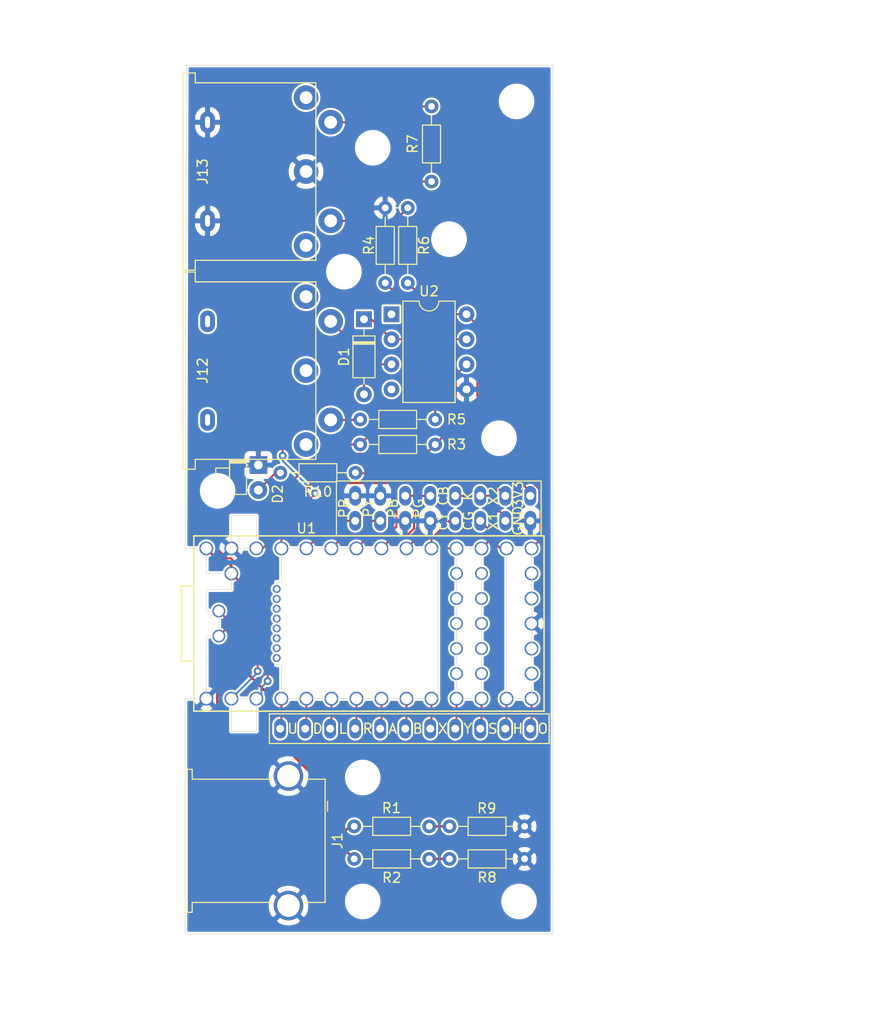
<source format=kicad_pcb>
(kicad_pcb (version 20171130) (host pcbnew 5.1.5+dfsg1-2~bpo10+1)
  (layers (0 F.Cu signal) (31 B.Cu signal) (35 F.Paste user) (37 F.SilkS user) (38 B.Mask user) (39 F.Mask user) (44 Edge.Cuts user))
  (net 0 "")
  (net 1 "Net-(D1-Pad2)")
  (net 2 "Net-(D1-Pad1)")
  (net 3 GND)
  (net 4 D+)
  (net 5 D-)
  (net 6 VBUS)
  (net 7 OUT_PAD_RED)
  (net 8 OUT_PAD_YELLOW)
  (net 9 OUT_PAD_BLUE)
  (net 10 OUT_PAD_GREEN)
  (net 11 OUT_CYM_YELLOW)
  (net 12 OUT_CYM_BLUE)
  (net 13 OUT_CYM_GREEN)
  (net 14 OUT_KICK)
  (net 15 OUT_OPTIONS)
  (net 16 OUT_HOME)
  (net 17 OUT_SHARE)
  (net 18 OUT_RIGHT)
  (net 19 OUT_LEFT)
  (net 20 OUT_DOWN)
  (net 21 OUT_UP)
  (net 22 OUT_Y)
  (net 23 OUT_X)
  (net 24 OUT_B)
  (net 25 OUT_A)
  (net 26 OUT_AUX2)
  (net 27 OUT_AUX1)
  (net 28 IN_MIDI)
  (net 29 "Net-(R4-Pad1)")
  (net 30 "Net-(J12-Pad4)")
  (net 31 "Net-(J13-Pad4)")
  (net 32 "Net-(J13-Pad5)")
  (net 33 OUT_MIDI)
  (net 34 +3V3)
  (net 35 "Net-(U1-Pad19)")
  (net 36 "Net-(U1-Pad18)")
  (net 37 "Net-(U1-Pad16)")
  (net 38 "Net-(U1-Pad15)")
  (net 39 "Net-(U1-Pad52)")
  (net 40 "Net-(U1-Pad51)")
  (net 41 "Net-(U1-Pad50)")
  (net 42 "Net-(U1-Pad49)")
  (net 43 "Net-(U1-Pad48)")
  (net 44 "Net-(U1-Pad47)")
  (net 45 "Net-(U1-Pad46)")
  (net 46 "Net-(U1-Pad45)")
  (net 47 "Net-(U1-Pad44)")
  (net 48 "Net-(U1-Pad43)")
  (net 49 "Net-(U1-Pad42)")
  (net 50 "Net-(U1-Pad41)")
  (net 51 "Net-(U1-Pad40)")
  (net 52 "Net-(U1-Pad39)")
  (net 53 "Net-(U1-Pad38)")
  (net 54 "Net-(U1-Pad37)")
  (net 55 "Net-(U1-Pad36)")
  (net 56 "Net-(U1-Pad35)")
  (net 57 "Net-(U2-Pad4)")
  (net 58 "Net-(U2-Pad1)")
  (net 59 "Net-(J12-Pad3)")
  (net 60 "Net-(J12-Pad2)")
  (net 61 "Net-(J12-Pad1)")
  (net 62 "Net-(J13-Pad3)")
  (net 63 "Net-(J13-Pad1)")
  (net 64 "Net-(R1-Pad2)")
  (net 65 "Net-(R2-Pad2)")
  (net 66 "Net-(D2-Pad2)")
  (net 67 LED1)
  (net 68 "Net-(J12-PadS)")
  (module rbdrums:USB_A_Stewart_SS-52100-001_Horizontal (layer F.Cu) (at 133.35 99.822 270)
    (fp_text reference J1 (at 3.5 -2.26 90) (layer F.SilkS))
    (fp_text value USB_A)
    (pad 4 smd rect (at 7 -1.3 270) (size 1 3) (layers F.Cu F.Paste F.Mask) (net 3 GND))
    (pad 3 smd rect (at 4.5 -1.3 270) (size 1 3) (layers F.Cu F.Paste F.Mask) (net 4 D+))
    (pad 2 smd rect (at 2.5 -1.3 270) (size 1 3) (layers F.Cu F.Paste F.Mask) (net 5 D-))
    (pad 1 smd rect (at 0 -1.3 270) (size 1 3) (layers F.Cu F.Paste F.Mask) (net 6 VBUS))
    (pad 5 thru_hole circle (at -3.07 2.71 270) (size 3 3) (drill 2.3) (layers *.Cu *.Mask) (net 3 GND))
    (pad 5 thru_hole circle (at 10.07 2.71 270) (size 3 3) (drill 2.3) (layers *.Cu *.Mask) (net 3 GND))
  )
  (module MountingHole:MountingHole_3.2mm_M3_ISO14580 (layer F.Cu) (at 123.444 67.818)
    (fp_text reference H6 hide)
    (fp_text value MountingHole)
    (pad 1 np_thru_hole circle (at 0 0) (size 3.2 3.2) (drill 3.2) (layers *.Cu *.Mask))
  )
  (module Resistor_THT:R_Axial_DIN0204_L3.6mm_D1.6mm_P7.62mm_Horizontal (layer F.Cu) (at 137.4394 65.9892 180)
    (fp_text reference R10 (at 3.81 -1.92) (layer F.SilkS))
    (fp_text value R)
    (pad 2 thru_hole oval (at 7.62 0 180) (size 1.4 1.4) (drill 0.7) (layers *.Cu *.Mask) (net 66 "Net-(D2-Pad2)"))
    (pad 1 thru_hole circle (at 0 0 180) (size 1.4 1.4) (drill 0.7) (layers *.Cu *.Mask) (net 67 LED1))
  )
  (module LED_THT:LED_D1.8mm_W1.8mm_H2.4mm_Horizontal_O1.27mm_Z1.6mm (layer F.Cu) (at 127.5842 65.2018 270)
    (fp_text reference D2 (at 2.9464 -1.96 90) (layer F.SilkS))
    (fp_text value LED)
    (pad 2 thru_hole circle (at 2.54 0 270) (size 1.8 1.8) (drill 0.9) (layers *.Cu *.Mask) (net 66 "Net-(D2-Pad2)"))
    (pad 1 thru_hole rect (at 0 0 270) (size 1.8 1.8) (drill 0.9) (layers *.Cu *.Mask) (net 3 GND))
  )
  (module MountingHole:MountingHole_3.2mm_M3_ISO14580 (layer F.Cu) (at 146.939 42.291)
    (fp_text reference H9 hide)
    (fp_text value MountingHole)
    (pad 1 np_thru_hole circle (at 0 0) (size 3.2 3.2) (drill 3.2) (layers *.Cu *.Mask))
  )
  (module MountingHole:MountingHole_3.2mm_M3_ISO14580 (layer F.Cu) (at 136.271 45.593)
    (fp_text reference H8 hide)
    (fp_text value MountingHole)
    (pad 1 np_thru_hole circle (at 0 0) (size 3.2 3.2) (drill 3.2) (layers *.Cu *.Mask))
  )
  (module MountingHole:MountingHole_3.2mm_M3_ISO14580 (layer F.Cu) (at 139.192 33.02)
    (fp_text reference H7 hide)
    (fp_text value MountingHole)
    (pad 1 np_thru_hole circle (at 0 0) (size 3.2 3.2) (drill 3.2) (layers *.Cu *.Mask))
  )
  (module MountingHole:MountingHole_3.2mm_M3_ISO14580 (layer F.Cu) (at 153.797 28.321)
    (fp_text reference H5 hide)
    (fp_text value MountingHole)
    (pad 1 np_thru_hole circle (at 0 0) (size 3.2 3.2) (drill 3.2) (layers *.Cu *.Mask))
  )
  (module MountingHole:MountingHole_3.2mm_M3_ISO14580 (layer F.Cu) (at 152.019 62.484)
    (fp_text reference H4 hide)
    (fp_text value MountingHole)
    (pad 1 np_thru_hole circle (at 0 0) (size 3.2 3.2) (drill 3.2) (layers *.Cu *.Mask))
  )
  (module MountingHole:MountingHole_3.2mm_M3_ISO14580 (layer F.Cu) (at 138.176 96.901)
    (fp_text reference H3 hide)
    (fp_text value MountingHole)
    (pad 1 np_thru_hole circle (at 0 0) (size 3.2 3.2) (drill 3.2) (layers *.Cu *.Mask))
  )
  (module MountingHole:MountingHole_3.2mm_M3_ISO14580 (layer F.Cu) (at 154.051 109.474)
    (fp_text reference H2 hide)
    (fp_text value MountingHole)
    (pad 1 np_thru_hole circle (at 0 0) (size 3.2 3.2) (drill 3.2) (layers *.Cu *.Mask))
  )
  (module MountingHole:MountingHole_3.2mm_M3_ISO14580 (layer F.Cu) (at 138.176 109.474)
    (fp_text reference H1 hide)
    (fp_text value MountingHole)
    (pad 1 np_thru_hole circle (at 0 0) (size 3.2 3.2) (drill 3.2) (layers *.Cu *.Mask))
  )
  (module teensy:Teensy40_SMT (layer F.Cu) (at 138.811 81.28)
    (fp_text reference U1 (at -6.35 -9.652) (layer F.SilkS))
    (fp_text value Teensy4.0)
    (pad 13 thru_hole circle (at 13.97 7.62) (size 1.404 1.404) (drill 1.1) (layers *.Cu *.Mask) (net 16 OUT_HOME))
    (pad 33 thru_hole circle (at -16.51 -7.62) (size 1.404 1.404) (drill 1.1) (layers *.Cu *.Mask) (net 6 VBUS))
    (pad 34 thru_hole circle (at -13.97 -5.08) (size 1.404 1.404) (drill 1.1) (layers *.Cu *.Mask) (net 6 VBUS))
    (pad 32 thru_hole circle (at -13.97 -7.62) (size 1.404 1.404) (drill 1.1) (layers *.Cu *.Mask) (net 3 GND))
    (pad 31 thru_hole circle (at -11.43 -7.62) (size 1.404 1.404) (drill 1.1) (layers *.Cu *.Mask) (net 34 +3V3))
    (pad 30 thru_hole circle (at -8.89 -7.62) (size 1.404 1.404) (drill 1.1) (layers *.Cu *.Mask) (net 7 OUT_PAD_RED))
    (pad 29 thru_hole circle (at -6.35 -7.62) (size 1.404 1.404) (drill 1.1) (layers *.Cu *.Mask) (net 8 OUT_PAD_YELLOW))
    (pad 28 thru_hole circle (at -3.81 -7.62) (size 1.404 1.404) (drill 1.1) (layers *.Cu *.Mask) (net 26 OUT_AUX2))
    (pad 27 thru_hole circle (at -1.27 -7.62) (size 1.404 1.404) (drill 1.1) (layers *.Cu *.Mask) (net 27 OUT_AUX1))
    (pad 26 thru_hole circle (at 1.27 -7.62) (size 1.404 1.404) (drill 1.1) (layers *.Cu *.Mask) (net 9 OUT_PAD_BLUE))
    (pad 25 thru_hole circle (at 3.81 -7.62) (size 1.404 1.404) (drill 1.1) (layers *.Cu *.Mask) (net 10 OUT_PAD_GREEN))
    (pad 24 thru_hole circle (at 6.35 -7.62) (size 1.404 1.404) (drill 1.1) (layers *.Cu *.Mask) (net 11 OUT_CYM_YELLOW))
    (pad 23 thru_hole circle (at 8.89 -7.62) (size 1.404 1.404) (drill 1.1) (layers *.Cu *.Mask) (net 12 OUT_CYM_BLUE))
    (pad 22 thru_hole circle (at 11.43 -7.62) (size 1.404 1.404) (drill 1.1) (layers *.Cu *.Mask) (net 13 OUT_CYM_GREEN))
    (pad 21 thru_hole circle (at 13.97 -7.62) (size 1.404 1.404) (drill 1.1) (layers *.Cu *.Mask) (net 14 OUT_KICK))
    (pad 20 thru_hole circle (at 16.51 -7.62) (size 1.404 1.404) (drill 1.1) (layers *.Cu *.Mask) (net 67 LED1))
    (pad 19 thru_hole circle (at 16.51 -5.08) (size 1.404 1.404) (drill 1.1) (layers *.Cu *.Mask) (net 35 "Net-(U1-Pad19)"))
    (pad 18 thru_hole circle (at 16.51 -2.54) (size 1.404 1.404) (drill 1.1) (layers *.Cu *.Mask) (net 36 "Net-(U1-Pad18)"))
    (pad 17 thru_hole circle (at 16.51 0) (size 1.404 1.404) (drill 1.1) (layers *.Cu *.Mask) (net 3 GND))
    (pad 16 thru_hole circle (at 16.51 2.54) (size 1.404 1.404) (drill 1.1) (layers *.Cu *.Mask) (net 37 "Net-(U1-Pad16)"))
    (pad 15 thru_hole circle (at 16.51 5.08) (size 1.404 1.404) (drill 1.1) (layers *.Cu *.Mask) (net 38 "Net-(U1-Pad15)"))
    (pad 14 thru_hole circle (at 16.51 7.62) (size 1.404 1.404) (drill 1.1) (layers *.Cu *.Mask) (net 15 OUT_OPTIONS))
    (pad 12 thru_hole circle (at 11.43 7.62) (size 1.404 1.404) (drill 1.1) (layers *.Cu *.Mask) (net 17 OUT_SHARE))
    (pad 11 thru_hole circle (at 8.89 7.62) (size 1.404 1.404) (drill 1.1) (layers *.Cu *.Mask) (net 22 OUT_Y))
    (pad 10 thru_hole circle (at 6.35 7.62) (size 1.404 1.404) (drill 1.1) (layers *.Cu *.Mask) (net 23 OUT_X))
    (pad 9 thru_hole circle (at 3.81 7.62) (size 1.404 1.404) (drill 1.1) (layers *.Cu *.Mask) (net 24 OUT_B))
    (pad 8 thru_hole circle (at 1.27 7.62) (size 1.404 1.404) (drill 1.1) (layers *.Cu *.Mask) (net 25 OUT_A))
    (pad 7 thru_hole circle (at -1.27 7.62) (size 1.404 1.404) (drill 1.1) (layers *.Cu *.Mask) (net 18 OUT_RIGHT))
    (pad 6 thru_hole circle (at -3.81 7.62) (size 1.404 1.404) (drill 1.1) (layers *.Cu *.Mask) (net 19 OUT_LEFT))
    (pad 5 thru_hole circle (at -6.35 7.62) (size 1.404 1.404) (drill 1.1) (layers *.Cu *.Mask) (net 20 OUT_DOWN))
    (pad 4 thru_hole circle (at -8.89 7.62) (size 1.404 1.404) (drill 1.1) (layers *.Cu *.Mask) (net 21 OUT_UP))
    (pad 3 thru_hole circle (at -11.43 7.62) (size 1.404 1.404) (drill 1.1) (layers *.Cu *.Mask) (net 33 OUT_MIDI))
    (pad 54 thru_hole circle (at -15.24 1.27) (size 1.304 1.304) (drill 1) (layers *.Cu *.Mask) (net 4 D+))
    (pad 53 thru_hole circle (at -15.24 -1.27) (size 1.304 1.304) (drill 1) (layers *.Cu *.Mask) (net 5 D-))
    (pad 52 thru_hole circle (at -9.3716 3.5) (size 0.804 0.804) (drill 0.5) (layers *.Cu *.Mask) (net 39 "Net-(U1-Pad52)"))
    (pad 51 thru_hole circle (at -9.3716 2.5) (size 0.804 0.804) (drill 0.5) (layers *.Cu *.Mask) (net 40 "Net-(U1-Pad51)"))
    (pad 50 thru_hole circle (at -9.3716 1.5) (size 0.804 0.804) (drill 0.5) (layers *.Cu *.Mask) (net 41 "Net-(U1-Pad50)"))
    (pad 49 thru_hole circle (at -9.3716 0.5) (size 0.804 0.804) (drill 0.5) (layers *.Cu *.Mask) (net 42 "Net-(U1-Pad49)"))
    (pad 48 thru_hole circle (at -9.3716 -0.5) (size 0.804 0.804) (drill 0.5) (layers *.Cu *.Mask) (net 43 "Net-(U1-Pad48)"))
    (pad 47 thru_hole circle (at -9.3716 -1.5) (size 0.804 0.804) (drill 0.5) (layers *.Cu *.Mask) (net 44 "Net-(U1-Pad47)"))
    (pad 46 thru_hole circle (at -9.3716 -2.5) (size 0.804 0.804) (drill 0.5) (layers *.Cu *.Mask) (net 45 "Net-(U1-Pad46)"))
    (pad 45 thru_hole circle (at -9.3716 -3.5) (size 0.804 0.804) (drill 0.5) (layers *.Cu *.Mask) (net 46 "Net-(U1-Pad45)"))
    (pad 44 thru_hole circle (at 8.89 5.08) (size 1.304 1.304) (drill 1) (layers *.Cu *.Mask) (net 47 "Net-(U1-Pad44)"))
    (pad 43 thru_hole circle (at 11.43 5.08) (size 1.304 1.304) (drill 1) (layers *.Cu *.Mask) (net 48 "Net-(U1-Pad43)"))
    (pad 42 thru_hole circle (at 8.89 2.54) (size 1.304 1.304) (drill 1) (layers *.Cu *.Mask) (net 49 "Net-(U1-Pad42)"))
    (pad 41 thru_hole circle (at 11.43 2.54) (size 1.304 1.304) (drill 1) (layers *.Cu *.Mask) (net 50 "Net-(U1-Pad41)"))
    (pad 40 thru_hole circle (at 8.89 0) (size 1.304 1.304) (drill 1) (layers *.Cu *.Mask) (net 51 "Net-(U1-Pad40)"))
    (pad 39 thru_hole circle (at 11.43 0) (size 1.304 1.304) (drill 1) (layers *.Cu *.Mask) (net 52 "Net-(U1-Pad39)"))
    (pad 38 thru_hole circle (at 8.89 -2.54) (size 1.304 1.304) (drill 1) (layers *.Cu *.Mask) (net 53 "Net-(U1-Pad38)"))
    (pad 37 thru_hole circle (at 11.43 -2.54) (size 1.304 1.304) (drill 1) (layers *.Cu *.Mask) (net 54 "Net-(U1-Pad37)"))
    (pad 36 thru_hole circle (at 8.89 -5.08) (size 1.304 1.304) (drill 1) (layers *.Cu *.Mask) (net 55 "Net-(U1-Pad36)"))
    (pad 35 thru_hole circle (at 11.43 -5.08) (size 1.304 1.304) (drill 1) (layers *.Cu *.Mask) (net 56 "Net-(U1-Pad35)"))
    (pad 2 thru_hole circle (at -13.97 7.62) (size 1.404 1.404) (drill 1.1) (layers *.Cu *.Mask) (net 28 IN_MIDI))
    (pad 1 thru_hole circle (at -16.51 7.62) (size 1.404 1.404) (drill 1.1) (layers *.Cu *.Mask) (net 3 GND))
  )
  (module Package_DIP:DIP-8_W7.62mm (layer F.Cu) (at 141.097 49.911)
    (fp_text reference U2 (at 3.81 -2.33) (layer F.SilkS))
    (fp_text value 6N138)
    (pad 8 thru_hole oval (at 7.62 0) (size 1.6 1.6) (drill 0.8) (layers *.Cu *.Mask) (net 34 +3V3))
    (pad 4 thru_hole oval (at 0 7.62) (size 1.6 1.6) (drill 0.8) (layers *.Cu *.Mask) (net 57 "Net-(U2-Pad4)"))
    (pad 7 thru_hole oval (at 7.62 2.54) (size 1.6 1.6) (drill 0.8) (layers *.Cu *.Mask) (net 29 "Net-(R4-Pad1)"))
    (pad 3 thru_hole oval (at 0 5.08) (size 1.6 1.6) (drill 0.8) (layers *.Cu *.Mask) (net 1 "Net-(D1-Pad2)"))
    (pad 6 thru_hole oval (at 7.62 5.08) (size 1.6 1.6) (drill 0.8) (layers *.Cu *.Mask) (net 28 IN_MIDI))
    (pad 2 thru_hole oval (at 0 2.54) (size 1.6 1.6) (drill 0.8) (layers *.Cu *.Mask) (net 2 "Net-(D1-Pad1)"))
    (pad 5 thru_hole oval (at 7.62 7.62) (size 1.6 1.6) (drill 0.8) (layers *.Cu *.Mask) (net 3 GND))
    (pad 1 thru_hole rect (at 0 0) (size 1.6 1.6) (drill 0.8) (layers *.Cu *.Mask) (net 58 "Net-(U2-Pad1)"))
  )
  (module Resistor_THT:R_Axial_DIN0204_L3.6mm_D1.6mm_P7.62mm_Horizontal (layer F.Cu) (at 154.6098 101.854 180)
    (fp_text reference R9 (at 3.8354 1.8288) (layer F.SilkS))
    (fp_text value 4.7k)
    (pad 2 thru_hole oval (at 7.62 0 180) (size 1.4 1.4) (drill 0.7) (layers *.Cu *.Mask) (net 64 "Net-(R1-Pad2)"))
    (pad 1 thru_hole circle (at 0 0 180) (size 1.4 1.4) (drill 0.7) (layers *.Cu *.Mask) (net 3 GND))
  )
  (module Resistor_THT:R_Axial_DIN0204_L3.6mm_D1.6mm_P7.62mm_Horizontal (layer F.Cu) (at 154.6098 105.156 180)
    (fp_text reference R8 (at 3.81 -1.8796) (layer F.SilkS))
    (fp_text value 4.7k)
    (pad 2 thru_hole oval (at 7.62 0 180) (size 1.4 1.4) (drill 0.7) (layers *.Cu *.Mask) (net 65 "Net-(R2-Pad2)"))
    (pad 1 thru_hole circle (at 0 0 180) (size 1.4 1.4) (drill 0.7) (layers *.Cu *.Mask) (net 3 GND))
  )
  (module Resistor_THT:R_Axial_DIN0204_L3.6mm_D1.6mm_P7.62mm_Horizontal (layer F.Cu) (at 145.161 36.449 90)
    (fp_text reference R7 (at 3.81 -1.92 90) (layer F.SilkS))
    (fp_text value 47)
    (pad 2 thru_hole oval (at 7.62 0 90) (size 1.4 1.4) (drill 0.7) (layers *.Cu *.Mask) (net 32 "Net-(J13-Pad5)"))
    (pad 1 thru_hole circle (at 0 0 90) (size 1.4 1.4) (drill 0.7) (layers *.Cu *.Mask) (net 33 OUT_MIDI))
  )
  (module Resistor_THT:R_Axial_DIN0204_L3.6mm_D1.6mm_P7.62mm_Horizontal (layer F.Cu) (at 142.748 46.736 90)
    (fp_text reference R6 (at 3.81 1.651 90) (layer F.SilkS))
    (fp_text value 47)
    (pad 2 thru_hole oval (at 7.62 0 90) (size 1.4 1.4) (drill 0.7) (layers *.Cu *.Mask) (net 31 "Net-(J13-Pad4)"))
    (pad 1 thru_hole circle (at 0 0 90) (size 1.4 1.4) (drill 0.7) (layers *.Cu *.Mask) (net 34 +3V3))
  )
  (module Resistor_THT:R_Axial_DIN0204_L3.6mm_D1.6mm_P7.62mm_Horizontal (layer F.Cu) (at 137.922 60.579)
    (fp_text reference R5 (at 9.779 0) (layer F.SilkS))
    (fp_text value 220)
    (pad 2 thru_hole oval (at 7.62 0) (size 1.4 1.4) (drill 0.7) (layers *.Cu *.Mask) (net 2 "Net-(D1-Pad1)"))
    (pad 1 thru_hole circle (at 0 0) (size 1.4 1.4) (drill 0.7) (layers *.Cu *.Mask) (net 30 "Net-(J12-Pad4)"))
  )
  (module Resistor_THT:R_Axial_DIN0204_L3.6mm_D1.6mm_P7.62mm_Horizontal (layer F.Cu) (at 140.462 46.736 90)
    (fp_text reference R4 (at 3.81 -1.651 90) (layer F.SilkS))
    (fp_text value 4.7k)
    (pad 2 thru_hole oval (at 7.62 0 90) (size 1.4 1.4) (drill 0.7) (layers *.Cu *.Mask) (net 3 GND))
    (pad 1 thru_hole circle (at 0 0 90) (size 1.4 1.4) (drill 0.7) (layers *.Cu *.Mask) (net 29 "Net-(R4-Pad1)"))
  )
  (module Resistor_THT:R_Axial_DIN0204_L3.6mm_D1.6mm_P7.62mm_Horizontal (layer F.Cu) (at 145.542 63.119 180)
    (fp_text reference R3 (at -2.159 0) (layer F.SilkS))
    (fp_text value 470)
    (pad 2 thru_hole oval (at 7.62 0 180) (size 1.4 1.4) (drill 0.7) (layers *.Cu *.Mask) (net 28 IN_MIDI))
    (pad 1 thru_hole circle (at 0 0 180) (size 1.4 1.4) (drill 0.7) (layers *.Cu *.Mask) (net 34 +3V3))
  )
  (module Resistor_THT:R_Axial_DIN0204_L3.6mm_D1.6mm_P7.62mm_Horizontal (layer F.Cu) (at 137.3124 105.156)
    (fp_text reference R2 (at 3.81 1.905) (layer F.SilkS))
    (fp_text value 10k)
    (pad 2 thru_hole oval (at 7.62 0) (size 1.4 1.4) (drill 0.7) (layers *.Cu *.Mask) (net 65 "Net-(R2-Pad2)"))
    (pad 1 thru_hole circle (at 0 0) (size 1.4 1.4) (drill 0.7) (layers *.Cu *.Mask) (net 4 D+))
  )
  (module Resistor_THT:R_Axial_DIN0204_L3.6mm_D1.6mm_P7.62mm_Horizontal (layer F.Cu) (at 137.3124 101.854)
    (fp_text reference R1 (at 3.7846 -1.8542) (layer F.SilkS))
    (fp_text value 10k)
    (pad 2 thru_hole oval (at 7.62 0) (size 1.4 1.4) (drill 0.7) (layers *.Cu *.Mask) (net 64 "Net-(R1-Pad2)"))
    (pad 1 thru_hole circle (at 0 0) (size 1.4 1.4) (drill 0.7) (layers *.Cu *.Mask) (net 5 D-))
  )
  (module rbdrums:DIN5-180Deg-Female-MIDI (layer F.Cu) (at 129.921 35.433 270)
    (fp_text reference J13 (at 0 8 90) (layer F.SilkS))
    (fp_text value DIN-5_180degree)
    (pad S thru_hole oval (at -5 7.5 270) (size 2.2 1.5) (drill oval 1.2 0.5) (layers *.Cu *.Mask) (net 3 GND))
    (pad S thru_hole oval (at 5 7.5 270) (size 2.2 1.5) (drill oval 1.2 0.5) (layers *.Cu *.Mask) (net 3 GND))
    (pad 5 thru_hole circle (at -5 -5 270) (size 2.5 2.5) (drill 1.3) (layers *.Cu *.Mask) (net 32 "Net-(J13-Pad5)"))
    (pad 4 thru_hole circle (at 5 -5 270) (size 2.5 2.5) (drill 1.3) (layers *.Cu *.Mask) (net 31 "Net-(J13-Pad4)"))
    (pad 3 thru_hole circle (at -7.5 -2.5 270) (size 2.5 2.5) (drill 1.3) (layers *.Cu *.Mask) (net 62 "Net-(J13-Pad3)"))
    (pad 2 thru_hole circle (at 0 -2.5 270) (size 2.5 2.5) (drill 1.3) (layers *.Cu *.Mask) (net 3 GND))
    (pad 1 thru_hole circle (at 7.5 -2.5 270) (size 2.5 2.5) (drill 1.3) (layers *.Cu *.Mask) (net 63 "Net-(J13-Pad1)"))
  )
  (module rbdrums:DIN5-180Deg-Female-MIDI (layer F.Cu) (at 129.921 55.626 270)
    (fp_text reference J12 (at 0 8 90) (layer F.SilkS))
    (fp_text value DIN-5_180degree)
    (pad S thru_hole oval (at -5 7.5 270) (size 2.2 1.5) (drill oval 1.2 0.5) (layers *.Cu *.Mask) (net 68 "Net-(J12-PadS)"))
    (pad S thru_hole oval (at 5 7.5 270) (size 2.2 1.5) (drill oval 1.2 0.5) (layers *.Cu *.Mask) (net 68 "Net-(J12-PadS)"))
    (pad 5 thru_hole circle (at -5 -5 270) (size 2.5 2.5) (drill 1.3) (layers *.Cu *.Mask) (net 1 "Net-(D1-Pad2)"))
    (pad 4 thru_hole circle (at 5 -5 270) (size 2.5 2.5) (drill 1.3) (layers *.Cu *.Mask) (net 30 "Net-(J12-Pad4)"))
    (pad 3 thru_hole circle (at -7.5 -2.5 270) (size 2.5 2.5) (drill 1.3) (layers *.Cu *.Mask) (net 59 "Net-(J12-Pad3)"))
    (pad 2 thru_hole circle (at 0 -2.5 270) (size 2.5 2.5) (drill 1.3) (layers *.Cu *.Mask) (net 60 "Net-(J12-Pad2)"))
    (pad 1 thru_hole circle (at 7.5 -2.5 270) (size 2.5 2.5) (drill 1.3) (layers *.Cu *.Mask) (net 61 "Net-(J12-Pad1)"))
  )
  (module rbdrums:ui_connector (layer F.Cu) (at 142.494 91.948)
    (fp_text reference J10 hide)
    (fp_text value Conn_01x11_Male)
    (fp_text user O (at 13.97 0) (layer F.SilkS))
    (fp_text user H (at 11.43 0) (layer F.SilkS))
    (fp_text user S (at 8.89 0) (layer F.SilkS))
    (fp_text user Y (at 6.35 0) (layer F.SilkS))
    (fp_text user X (at 3.81 0) (layer F.SilkS))
    (fp_text user B (at 1.27 0) (layer F.SilkS))
    (fp_text user A (at -1.27 0) (layer F.SilkS))
    (fp_text user R (at -3.81 0) (layer F.SilkS))
    (fp_text user L (at -6.35 0) (layer F.SilkS))
    (fp_text user D (at -8.89 0) (layer F.SilkS))
    (fp_text user U (at -11.43 0) (layer F.SilkS))
    (pad 11 thru_hole oval (at 12.7 0) (size 1.2 2) (drill 0.8) (layers *.Cu *.Mask) (net 15 OUT_OPTIONS))
    (pad 10 thru_hole oval (at 10.16 0) (size 1.2 2) (drill 0.8) (layers *.Cu *.Mask) (net 16 OUT_HOME))
    (pad 9 thru_hole oval (at 7.62 0) (size 1.2 2) (drill 0.8) (layers *.Cu *.Mask) (net 17 OUT_SHARE))
    (pad 8 thru_hole oval (at 5.08 0) (size 1.2 2) (drill 0.8) (layers *.Cu *.Mask) (net 22 OUT_Y))
    (pad 7 thru_hole oval (at 2.54 0) (size 1.2 2) (drill 0.8) (layers *.Cu *.Mask) (net 23 OUT_X))
    (pad 6 thru_hole oval (at 0 0) (size 1.2 2) (drill 0.8) (layers *.Cu *.Mask) (net 24 OUT_B))
    (pad 5 thru_hole oval (at -2.54 0) (size 1.2 2) (drill 0.8) (layers *.Cu *.Mask) (net 25 OUT_A))
    (pad 4 thru_hole oval (at -5.08 0) (size 1.2 2) (drill 0.8) (layers *.Cu *.Mask) (net 18 OUT_RIGHT))
    (pad 3 thru_hole oval (at -7.62 0) (size 1.2 2) (drill 0.8) (layers *.Cu *.Mask) (net 19 OUT_LEFT))
    (pad 2 thru_hole oval (at -10.16 0) (size 1.2 2) (drill 0.8) (layers *.Cu *.Mask) (net 20 OUT_DOWN))
    (pad 1 thru_hole oval (at -12.7 0) (size 1.2 2) (drill 0.8) (layers *.Cu *.Mask) (net 21 OUT_UP))
  )
  (module rbdrums:pad_connector (layer F.Cu) (at 146.304 69.596)
    (fp_text reference J2 hide)
    (fp_text value Conn_02x08_Odd_Even)
    (fp_text user PR (at -10.033 0 90) (layer F.SilkS))
    (fp_text user PY (at -7.5565 0 90) (layer F.SilkS))
    (fp_text user PB (at -5.08 0 90) (layer F.SilkS))
    (fp_text user PG (at -2.4765 0 90) (layer F.SilkS))
    (fp_text user CB (at 0.0635 -1.27 90) (layer F.SilkS))
    (fp_text user CY (at 0.0635 1.3335 90) (layer F.SilkS))
    (fp_text user CG (at 2.6035 1.27 90) (layer F.SilkS))
    (fp_text user K (at 2.6035 -1.27 90) (layer F.SilkS))
    (fp_text user X2 (at 5.1435 -1.27 90) (layer F.SilkS))
    (fp_text user X1 (at 5.1435 1.27 90) (layer F.SilkS))
    (fp_text user GND (at 7.65 1.25 90) (layer F.SilkS))
    (fp_text user 3V3 (at 7.65 -1.4 90) (layer F.SilkS))
    (pad 15 thru_hole oval (at 8.89 1.27) (size 1.2 2) (drill 0.8) (layers *.Cu *.Mask) (net 3 GND))
    (pad 16 thru_hole oval (at 8.89 -1.27) (size 1.2 2) (drill 0.8) (layers *.Cu *.Mask) (net 34 +3V3))
    (pad 13 thru_hole oval (at 6.35 1.27) (size 1.2 2) (drill 0.8) (layers *.Cu *.Mask) (net 27 OUT_AUX1))
    (pad 14 thru_hole oval (at 6.35 -1.27) (size 1.2 2) (drill 0.8) (layers *.Cu *.Mask) (net 26 OUT_AUX2))
    (pad 11 thru_hole oval (at 3.81 1.27) (size 1.2 2) (drill 0.8) (layers *.Cu *.Mask) (net 13 OUT_CYM_GREEN))
    (pad 12 thru_hole oval (at 3.81 -1.27) (size 1.2 2) (drill 0.8) (layers *.Cu *.Mask) (net 14 OUT_KICK))
    (pad 9 thru_hole oval (at 1.27 1.27) (size 1.2 2) (drill 0.8) (layers *.Cu *.Mask) (net 11 OUT_CYM_YELLOW))
    (pad 10 thru_hole oval (at 1.27 -1.27) (size 1.2 2) (drill 0.8) (layers *.Cu *.Mask) (net 12 OUT_CYM_BLUE))
    (pad 7 thru_hole oval (at -1.27 1.27) (size 1.2 2) (drill 0.8) (layers *.Cu *.Mask) (net 3 GND))
    (pad 8 thru_hole oval (at -1.27 -1.27) (size 1.2 2) (drill 0.8) (layers *.Cu *.Mask) (net 10 OUT_PAD_GREEN))
    (pad 5 thru_hole oval (at -3.81 1.27) (size 1.2 2) (drill 0.8) (layers *.Cu *.Mask) (net 3 GND))
    (pad 6 thru_hole oval (at -3.81 -1.27) (size 1.2 2) (drill 0.8) (layers *.Cu *.Mask) (net 9 OUT_PAD_BLUE))
    (pad 3 thru_hole oval (at -6.35 1.27) (size 1.2 2) (drill 0.8) (layers *.Cu *.Mask) (net 8 OUT_PAD_YELLOW))
    (pad 4 thru_hole oval (at -6.35 -1.27) (size 1.2 2) (drill 0.8) (layers *.Cu *.Mask) (net 3 GND))
    (pad 1 thru_hole oval (at -8.89 1.27) (size 1.2 2) (drill 0.8) (layers *.Cu *.Mask) (net 7 OUT_PAD_RED))
    (pad 2 thru_hole oval (at -8.89 -1.27) (size 1.2 2) (drill 0.8) (layers *.Cu *.Mask) (net 3 GND))
  )
  (module Diode_THT:D_DO-35_SOD27_P7.62mm_Horizontal (layer F.Cu) (at 138.303 50.419 270)
    (fp_text reference D1 (at 3.81 2.032 90) (layer F.SilkS))
    (fp_text value 1N914)
    (pad 2 thru_hole oval (at 7.62 0 270) (size 1.6 1.6) (drill 0.8) (layers *.Cu *.Mask) (net 1 "Net-(D1-Pad2)"))
    (pad 1 thru_hole rect (at 0 0 270) (size 1.6 1.6) (drill 0.8) (layers *.Cu *.Mask) (net 2 "Net-(D1-Pad1)"))
  )
  (gr_line (start 145.8214 88.9) (end 145.161 88.9) (layer Edge.Cuts) (width 0.05))
  (gr_line (start 145.8214 73.66) (end 145.8214 88.9) (layer Edge.Cuts) (width 0.05))
  (gr_line (start 145.161 73.66) (end 145.8214 73.66) (layer Edge.Cuts) (width 0.05))
  (gr_line (start 120.142 112.776) (end 120.142 88.9) (layer Edge.Cuts) (width 0.05))
  (gr_line (start 157.48 112.776) (end 120.142 112.776) (layer Edge.Cuts) (width 0.05))
  (gr_line (start 157.48 24.638) (end 157.48 112.776) (layer Edge.Cuts) (width 0.05))
  (gr_line (start 120.269 24.638) (end 157.48 24.638) (layer Edge.Cuts) (width 0.05))
  (gr_line (start 120.142 73.66) (end 120.269 24.638) (layer Edge.Cuts) (width 0.05))
  (gr_line (start 122.301 76.2) (end 122.301 73.66) (layer Edge.Cuts) (width 0.05))
  (gr_line (start 124.841 76.2) (end 122.301 76.2) (layer Edge.Cuts) (width 0.05))
  (gr_line (start 124.841 77.851) (end 124.841 76.2) (layer Edge.Cuts) (width 0.05))
  (gr_line (start 129.921 77.089) (end 129.921 73.66) (layer Edge.Cuts) (width 0.05))
  (gr_line (start 129.921 85.471) (end 129.921 88.9) (layer Edge.Cuts) (width 0.05))
  (gr_line (start 129.413 85.471) (end 129.921 85.471) (layer Edge.Cuts) (width 0.05))
  (gr_line (start 129.413 77.089) (end 129.413 85.471) (layer Edge.Cuts) (width 0.05))
  (gr_line (start 129.921 77.089) (end 129.413 77.089) (layer Edge.Cuts) (width 0.05))
  (gr_line (start 120.142 73.66) (end 122.301 73.66) (layer Edge.Cuts) (width 0.05))
  (gr_line (start 124.841 92.202) (end 124.841 88.9) (layer Edge.Cuts) (width 0.05))
  (gr_line (start 127.381 92.202) (end 124.841 92.202) (layer Edge.Cuts) (width 0.05))
  (gr_line (start 127.381 88.9) (end 127.381 92.202) (layer Edge.Cuts) (width 0.05))
  (gr_line (start 124.841 88.9) (end 127.381 88.9) (layer Edge.Cuts) (width 0.05))
  (gr_line (start 127.381 70.358) (end 127.381 73.66) (layer Edge.Cuts) (width 0.05))
  (gr_line (start 124.841 70.358) (end 127.381 70.358) (layer Edge.Cuts) (width 0.05))
  (gr_line (start 124.841 73.66) (end 124.841 70.358) (layer Edge.Cuts) (width 0.05))
  (gr_line (start 127.381 73.66) (end 124.841 73.66) (layer Edge.Cuts) (width 0.05))
  (gr_line (start 122.301 80.01) (end 122.301 77.851) (layer Edge.Cuts) (width 0.05))
  (gr_line (start 124.841 77.851) (end 122.301 77.851) (layer Edge.Cuts) (width 0.05))
  (gr_line (start 122.301 88.9) (end 120.142 88.9) (layer Edge.Cuts) (width 0.05))
  (gr_line (start 122.301 82.55) (end 122.301 88.9) (layer Edge.Cuts) (width 0.05))
  (gr_line (start 123.571 82.55) (end 122.301 82.55) (layer Edge.Cuts) (width 0.05))
  (gr_line (start 123.571 80.01) (end 123.571 82.55) (layer Edge.Cuts) (width 0.05))
  (gr_line (start 122.301 80.01) (end 123.571 80.01) (layer Edge.Cuts) (width 0.05))
  (gr_line (start 147.701 88.9) (end 147.701 73.66) (layer Edge.Cuts) (width 0.05))
  (gr_line (start 150.241 88.9) (end 147.701 88.9) (layer Edge.Cuts) (width 0.05))
  (gr_line (start 150.241 73.66) (end 150.241 88.9) (layer Edge.Cuts) (width 0.05))
  (gr_line (start 147.701 73.66) (end 150.241 73.66) (layer Edge.Cuts) (width 0.05))
  (gr_line (start 152.781 88.9) (end 152.781 73.66) (layer Edge.Cuts) (width 0.05))
  (gr_line (start 155.321 88.9) (end 152.781 88.9) (layer Edge.Cuts) (width 0.05))
  (gr_line (start 155.321 73.66) (end 155.321 88.9) (layer Edge.Cuts) (width 0.05))
  (gr_line (start 152.781 73.66) (end 155.321 73.66) (layer Edge.Cuts) (width 0.05))
  (gr_line (start 145.161 88.9) (end 129.921 88.9) (layer Edge.Cuts) (width 0.05))
  (gr_line (start 129.921 73.66) (end 145.161 73.66) (layer Edge.Cuts) (width 0.05))
  (segment (start 138.303 54.008) (end 134.921 50.626) (width 0.20066) (layer F.Cu) (net 1))
  (segment (start 138.303 58.039) (end 138.303 54.008) (width 0.20066) (layer F.Cu) (net 1))
  (segment (start 139.96563 54.991) (end 138.98263 54.008) (width 0.20066) (layer F.Cu) (net 1))
  (segment (start 141.097 54.991) (end 139.96563 54.991) (width 0.20066) (layer F.Cu) (net 1))
  (segment (start 138.98263 54.008) (end 138.303 54.008) (width 0.20066) (layer F.Cu) (net 1))
  (segment (start 139.065 50.419) (end 138.303 50.419) (width 0.20066) (layer F.Cu) (net 2))
  (segment (start 141.097 52.451) (end 139.065 50.419) (width 0.20066) (layer F.Cu) (net 2))
  (segment (start 142.22837 52.451) (end 145.542 55.76463) (width 0.20066) (layer F.Cu) (net 2))
  (segment (start 145.542 59.589051) (end 145.542 60.579) (width 0.20066) (layer F.Cu) (net 2))
  (segment (start 145.542 55.76463) (end 145.542 59.589051) (width 0.20066) (layer F.Cu) (net 2))
  (segment (start 141.097 52.451) (end 142.22837 52.451) (width 0.20066) (layer F.Cu) (net 2))
  (segment (start 133.71 106.822) (end 134.65 106.822) (width 0.25) (layer F.Cu) (net 3))
  (segment (start 130.64 109.892) (end 133.71 106.822) (width 0.25) (layer F.Cu) (net 3))
  (segment (start 123.571 82.55) (end 124.616 81.505) (width 0.2) (layer F.Cu) (net 4))
  (segment (start 123.473 94.445) (end 131.668198 102.640198) (width 0.2) (layer F.Cu) (net 4))
  (segment (start 123.473 89.651345) (end 123.473 94.445) (width 0.2) (layer F.Cu) (net 4))
  (segment (start 131.668198 102.640198) (end 133.35 104.322) (width 0.2) (layer F.Cu) (net 4))
  (segment (start 123.389008 89.567353) (end 123.473 89.651345) (width 0.2) (layer F.Cu) (net 4))
  (segment (start 123.389008 88.232647) (end 123.389008 89.567353) (width 0.2) (layer F.Cu) (net 4))
  (segment (start 125.759 85.5048) (end 123.473 87.7908) (width 0.2) (layer F.Cu) (net 4))
  (segment (start 123.473 88.148655) (end 123.389008 88.232647) (width 0.2) (layer F.Cu) (net 4))
  (segment (start 123.473 87.7908) (end 123.473 88.148655) (width 0.2) (layer F.Cu) (net 4))
  (segment (start 125.759 82.1352) (end 125.759 85.5048) (width 0.2) (layer F.Cu) (net 4))
  (segment (start 125.1288 81.505) (end 125.759 82.1352) (width 0.2) (layer F.Cu) (net 4))
  (segment (start 124.616 81.505) (end 125.1288 81.505) (width 0.2) (layer F.Cu) (net 4))
  (segment (start 133.35 104.322) (end 135.31 104.322) (width 0.20066) (layer F.Cu) (net 4))
  (segment (start 136.4784 104.322) (end 137.3124 105.156) (width 0.25) (layer F.Cu) (net 4))
  (segment (start 134.65 104.322) (end 136.4784 104.322) (width 0.25) (layer F.Cu) (net 4))
  (segment (start 133.35 102.322) (end 135.676 102.322) (width 0.20066) (layer F.Cu) (net 5))
  (segment (start 124.616 81.055) (end 125.3152 81.055) (width 0.2) (layer F.Cu) (net 5))
  (segment (start 123.923 94.258603) (end 131.986397 102.322) (width 0.2) (layer F.Cu) (net 5))
  (segment (start 123.923 89.464962) (end 123.923 94.258603) (width 0.2) (layer F.Cu) (net 5))
  (segment (start 131.986397 102.322) (end 133.35 102.322) (width 0.2) (layer F.Cu) (net 5))
  (segment (start 126.209 85.6912) (end 123.923 87.9772) (width 0.2) (layer F.Cu) (net 5))
  (segment (start 123.838999 88.419039) (end 123.838999 89.380961) (width 0.2) (layer F.Cu) (net 5))
  (segment (start 123.923 87.9772) (end 123.923 88.335038) (width 0.2) (layer F.Cu) (net 5))
  (segment (start 123.923 88.335038) (end 123.838999 88.419039) (width 0.2) (layer F.Cu) (net 5))
  (segment (start 123.838999 89.380961) (end 123.923 89.464962) (width 0.2) (layer F.Cu) (net 5))
  (segment (start 126.209 81.9488) (end 126.209 85.6912) (width 0.2) (layer F.Cu) (net 5))
  (segment (start 125.3152 81.055) (end 126.209 81.9488) (width 0.2) (layer F.Cu) (net 5))
  (segment (start 123.571 80.01) (end 124.616 81.055) (width 0.2) (layer F.Cu) (net 5))
  (segment (start 136.4 102.322) (end 136.868 101.854) (width 0.25) (layer F.Cu) (net 5))
  (segment (start 136.868 101.854) (end 137.3124 101.854) (width 0.25) (layer F.Cu) (net 5))
  (segment (start 134.65 102.322) (end 136.4 102.322) (width 0.25) (layer F.Cu) (net 5))
  (segment (start 124.841 76.2) (end 124.841 75.438) (width 0.25) (layer F.Cu) (net 6))
  (segment (start 123.728672 75.087672) (end 122.548494 73.907494) (width 0.25) (layer F.Cu) (net 6))
  (segment (start 124.841 75.438) (end 124.490672 75.087672) (width 0.25) (layer F.Cu) (net 6))
  (segment (start 124.490672 75.087672) (end 123.728672 75.087672) (width 0.25) (layer F.Cu) (net 6))
  (segment (start 126.746 78.105) (end 125.19101 76.55001) (width 0.25) (layer F.Cu) (net 6))
  (segment (start 126.746 86.614) (end 126.746 78.105) (width 0.25) (layer F.Cu) (net 6))
  (segment (start 129.159 93.726) (end 128.408001 92.975001) (width 0.25) (layer F.Cu) (net 6))
  (segment (start 133.35 99.822) (end 133.35 96.901) (width 0.25) (layer F.Cu) (net 6))
  (segment (start 133.35 96.901) (end 130.175 93.726) (width 0.25) (layer F.Cu) (net 6))
  (segment (start 130.175 93.726) (end 129.159 93.726) (width 0.25) (layer F.Cu) (net 6))
  (segment (start 128.408001 92.975001) (end 128.408001 88.276001) (width 0.25) (layer F.Cu) (net 6))
  (segment (start 128.408001 88.276001) (end 126.746 86.614) (width 0.25) (layer F.Cu) (net 6))
  (segment (start 129.921 72.667223) (end 131.722223 70.866) (width 0.20066) (layer F.Cu) (net 7))
  (segment (start 129.921 73.66) (end 129.921 72.667223) (width 0.20066) (layer F.Cu) (net 7))
  (segment (start 136.61334 70.866) (end 137.414 70.866) (width 0.20066) (layer F.Cu) (net 7))
  (segment (start 131.722223 70.866) (end 136.61334 70.866) (width 0.20066) (layer F.Cu) (net 7))
  (segment (start 133.95466 72.16634) (end 137.853 72.16634) (width 0.20066) (layer F.Cu) (net 8))
  (segment (start 137.853 72.16634) (end 139.15334 70.866) (width 0.20066) (layer F.Cu) (net 8))
  (segment (start 132.461 73.66) (end 133.95466 72.16634) (width 0.20066) (layer F.Cu) (net 8))
  (segment (start 139.15334 70.866) (end 139.954 70.866) (width 0.20066) (layer F.Cu) (net 8))
  (segment (start 143.39434 71.638933) (end 143.39434 68.42568) (width 0.20066) (layer F.Cu) (net 9))
  (segment (start 143.39434 68.42568) (end 143.29466 68.326) (width 0.20066) (layer F.Cu) (net 9))
  (segment (start 142.375604 72.657669) (end 143.39434 71.638933) (width 0.20066) (layer F.Cu) (net 9))
  (segment (start 143.29466 68.326) (end 142.494 68.326) (width 0.20066) (layer F.Cu) (net 9))
  (segment (start 141.083331 72.657669) (end 142.375604 72.657669) (width 0.20066) (layer F.Cu) (net 9))
  (segment (start 140.081 73.66) (end 141.083331 72.657669) (width 0.20066) (layer F.Cu) (net 9))
  (segment (start 143.795011 68.764329) (end 144.23334 68.326) (width 0.20066) (layer F.Cu) (net 10))
  (segment (start 142.621 73.66) (end 143.795011 72.485989) (width 0.20066) (layer F.Cu) (net 10))
  (segment (start 143.795011 72.485989) (end 143.795011 68.764329) (width 0.20066) (layer F.Cu) (net 10))
  (segment (start 144.23334 68.326) (end 145.034 68.326) (width 0.20066) (layer F.Cu) (net 10))
  (segment (start 145.161 73.66) (end 145.161 72.667223) (width 0.20066) (layer F.Cu) (net 11))
  (segment (start 146.962223 70.866) (end 147.574 70.866) (width 0.20066) (layer F.Cu) (net 11))
  (segment (start 145.161 72.667223) (end 146.962223 70.866) (width 0.20066) (layer F.Cu) (net 11))
  (segment (start 147.701 73.66) (end 147.574 73.66) (width 0.20066) (layer F.Cu) (net 12))
  (segment (start 146.708223 73.66) (end 146.558 73.509777) (width 0.20066) (layer F.Cu) (net 12))
  (segment (start 147.701 73.66) (end 146.708223 73.66) (width 0.20066) (layer F.Cu) (net 12))
  (segment (start 146.558 73.509777) (end 146.558 72.644) (width 0.20066) (layer F.Cu) (net 12))
  (segment (start 146.558 72.644) (end 147.066 72.136) (width 0.20066) (layer F.Cu) (net 12))
  (segment (start 148.37466 68.326) (end 147.574 68.326) (width 0.20066) (layer F.Cu) (net 12))
  (segment (start 147.946933 72.16634) (end 148.47434 71.638933) (width 0.20066) (layer F.Cu) (net 12))
  (segment (start 148.47434 68.42568) (end 148.37466 68.326) (width 0.20066) (layer F.Cu) (net 12))
  (segment (start 147.09634 72.16634) (end 147.946933 72.16634) (width 0.20066) (layer F.Cu) (net 12))
  (segment (start 148.47434 71.638933) (end 148.47434 68.42568) (width 0.20066) (layer F.Cu) (net 12))
  (segment (start 147.066 72.136) (end 147.09634 72.16634) (width 0.20066) (layer F.Cu) (net 12))
  (segment (start 150.876 71.628) (end 150.114 70.866) (width 0.20066) (layer F.Cu) (net 13))
  (segment (start 150.241 73.66) (end 150.876 73.025) (width 0.20066) (layer F.Cu) (net 13))
  (segment (start 150.876 73.025) (end 150.876 71.628) (width 0.20066) (layer F.Cu) (net 13))
  (segment (start 150.91466 68.326) (end 150.114 68.326) (width 0.20066) (layer F.Cu) (net 14))
  (segment (start 151.352989 68.764329) (end 150.91466 68.326) (width 0.20066) (layer F.Cu) (net 14))
  (segment (start 151.384 69.295907) (end 151.352989 69.264896) (width 0.20066) (layer F.Cu) (net 14))
  (segment (start 151.352989 69.264896) (end 151.352989 68.764329) (width 0.20066) (layer F.Cu) (net 14))
  (segment (start 151.384 72.898) (end 151.384 69.295907) (width 0.20066) (layer F.Cu) (net 14))
  (segment (start 152.781 73.66) (end 152.146 73.66) (width 0.20066) (layer F.Cu) (net 14))
  (segment (start 152.146 73.66) (end 151.384 72.898) (width 0.20066) (layer F.Cu) (net 14))
  (segment (start 155.321 91.821) (end 155.194 91.948) (width 0.20066) (layer F.Cu) (net 15))
  (segment (start 155.321 88.9) (end 155.321 91.821) (width 0.20066) (layer F.Cu) (net 15))
  (segment (start 152.781 91.821) (end 152.654 91.948) (width 0.20066) (layer F.Cu) (net 16))
  (segment (start 152.781 88.9) (end 152.781 91.821) (width 0.20066) (layer F.Cu) (net 16))
  (segment (start 150.241 91.821) (end 150.114 91.948) (width 0.20066) (layer F.Cu) (net 17))
  (segment (start 150.241 88.9) (end 150.241 91.821) (width 0.20066) (layer F.Cu) (net 17))
  (segment (start 137.541 91.821) (end 137.414 91.948) (width 0.20066) (layer F.Cu) (net 18))
  (segment (start 137.541 88.9) (end 137.541 91.821) (width 0.20066) (layer F.Cu) (net 18))
  (segment (start 135.001 91.821) (end 134.874 91.948) (width 0.20066) (layer F.Cu) (net 19))
  (segment (start 135.001 88.9) (end 135.001 91.821) (width 0.20066) (layer F.Cu) (net 19))
  (segment (start 132.461 91.821) (end 132.334 91.948) (width 0.20066) (layer F.Cu) (net 20))
  (segment (start 132.461 88.9) (end 132.461 91.821) (width 0.20066) (layer F.Cu) (net 20))
  (segment (start 129.921 91.821) (end 129.794 91.948) (width 0.20066) (layer F.Cu) (net 21))
  (segment (start 129.921 88.9) (end 129.921 91.821) (width 0.20066) (layer F.Cu) (net 21))
  (segment (start 147.701 91.821) (end 147.574 91.948) (width 0.20066) (layer F.Cu) (net 22))
  (segment (start 147.701 88.9) (end 147.701 91.821) (width 0.20066) (layer F.Cu) (net 22))
  (segment (start 145.161 91.821) (end 145.034 91.948) (width 0.20066) (layer F.Cu) (net 23))
  (segment (start 145.161 88.9) (end 145.161 91.821) (width 0.20066) (layer F.Cu) (net 23))
  (segment (start 142.621 91.821) (end 142.494 91.948) (width 0.20066) (layer F.Cu) (net 24))
  (segment (start 142.621 88.9) (end 142.621 91.821) (width 0.20066) (layer F.Cu) (net 24))
  (segment (start 140.081 91.821) (end 139.954 91.948) (width 0.20066) (layer F.Cu) (net 25))
  (segment (start 140.081 88.9) (end 140.081 91.821) (width 0.20066) (layer F.Cu) (net 25))
  (segment (start 137.976697 72.657669) (end 138.468027 72.166339) (width 0.20066) (layer F.Cu) (net 26))
  (segment (start 138.468027 72.166339) (end 140.326934 72.166339) (width 0.20066) (layer F.Cu) (net 26))
  (segment (start 141.955104 66.624989) (end 150.952989 66.624989) (width 0.20066) (layer F.Cu) (net 26))
  (segment (start 150.952989 66.624989) (end 152.654 68.326) (width 0.20066) (layer F.Cu) (net 26))
  (segment (start 136.003331 72.657669) (end 137.976697 72.657669) (width 0.20066) (layer F.Cu) (net 26))
  (segment (start 140.326934 72.166339) (end 141.192989 71.300284) (width 0.20066) (layer F.Cu) (net 26))
  (segment (start 135.001 73.66) (end 136.003331 72.657669) (width 0.20066) (layer F.Cu) (net 26))
  (segment (start 141.192989 71.300284) (end 141.19299 67.387103) (width 0.20066) (layer F.Cu) (net 26))
  (segment (start 141.19299 67.387103) (end 141.955104 66.624989) (width 0.20066) (layer F.Cu) (net 26))
  (segment (start 150.486933 67.02566) (end 151.75366 68.292387) (width 0.20066) (layer F.Cu) (net 27))
  (segment (start 142.121067 67.02566) (end 150.486933 67.02566) (width 0.20066) (layer F.Cu) (net 27))
  (segment (start 151.75366 68.292387) (end 151.75366 69.098933) (width 0.20066) (layer F.Cu) (net 27))
  (segment (start 141.59366 67.553067) (end 142.121067 67.02566) (width 0.20066) (layer F.Cu) (net 27))
  (segment (start 138.557 72.644) (end 139.549777 72.644) (width 0.20066) (layer F.Cu) (net 27))
  (segment (start 137.541 73.66) (end 138.557 72.644) (width 0.20066) (layer F.Cu) (net 27))
  (segment (start 151.85334 69.66534) (end 152.654 70.466) (width 0.20066) (layer F.Cu) (net 27))
  (segment (start 141.59366 71.466247) (end 141.59366 67.553067) (width 0.20066) (layer F.Cu) (net 27))
  (segment (start 139.549777 72.644) (end 139.626767 72.56701) (width 0.20066) (layer F.Cu) (net 27))
  (segment (start 152.654 70.466) (end 152.654 70.866) (width 0.20066) (layer F.Cu) (net 27))
  (segment (start 151.75366 69.098933) (end 151.85334 69.198613) (width 0.20066) (layer F.Cu) (net 27))
  (segment (start 139.626767 72.56701) (end 140.492897 72.56701) (width 0.20066) (layer F.Cu) (net 27))
  (segment (start 151.85334 69.198613) (end 151.85334 69.66534) (width 0.20066) (layer F.Cu) (net 27))
  (segment (start 140.492897 72.56701) (end 141.59366 71.466247) (width 0.20066) (layer F.Cu) (net 27))
  (via (at 127.508 86.106) (size 0.8) (drill 0.4) (layers F.Cu B.Cu) (net 28))
  (segment (start 124.841 88.9) (end 127.508 86.233) (width 0.20066) (layer B.Cu) (net 28))
  (segment (start 127.508 86.233) (end 127.508 86.106) (width 0.20066) (layer B.Cu) (net 28))
  (segment (start 127.508 86.106) (end 127.508 77.724) (width 0.20066) (layer F.Cu) (net 28))
  (segment (start 127.508 77.724) (end 127.508 77.47) (width 0.20066) (layer F.Cu) (net 28))
  (segment (start 147.917001 55.790999) (end 148.717 54.991) (width 0.20066) (layer F.Cu) (net 28))
  (segment (start 147.616669 59.984822) (end 147.616669 56.091331) (width 0.20066) (layer F.Cu) (net 28))
  (segment (start 147.616669 56.091331) (end 147.917001 55.790999) (width 0.20066) (layer F.Cu) (net 28))
  (segment (start 145.482822 62.118669) (end 147.616669 59.984822) (width 0.20066) (layer F.Cu) (net 28))
  (segment (start 138.922331 62.118669) (end 145.482822 62.118669) (width 0.20066) (layer F.Cu) (net 28))
  (segment (start 137.922 63.119) (end 138.922331 62.118669) (width 0.20066) (layer F.Cu) (net 28))
  (segment (start 134.722491 63.119) (end 136.932051 63.119) (width 0.20066) (layer F.Cu) (net 28))
  (segment (start 128.499491 69.342) (end 134.722491 63.119) (width 0.20066) (layer F.Cu) (net 28))
  (segment (start 124.732491 69.342) (end 128.499491 69.342) (width 0.20066) (layer F.Cu) (net 28))
  (segment (start 123.317 70.757491) (end 124.732491 69.342) (width 0.20066) (layer F.Cu) (net 28))
  (segment (start 127.508 77.383549) (end 124.786782 74.662331) (width 0.20066) (layer F.Cu) (net 28))
  (segment (start 127.508 77.724) (end 127.508 77.383549) (width 0.20066) (layer F.Cu) (net 28))
  (segment (start 123.317 71.12) (end 123.317 70.757491) (width 0.20066) (layer F.Cu) (net 28))
  (segment (start 123.303331 73.605782) (end 123.303331 71.133669) (width 0.20066) (layer F.Cu) (net 28))
  (segment (start 124.786782 74.662331) (end 124.35988 74.662331) (width 0.20066) (layer F.Cu) (net 28))
  (segment (start 136.932051 63.119) (end 137.922 63.119) (width 0.20066) (layer F.Cu) (net 28))
  (segment (start 124.35988 74.662331) (end 123.303331 73.605782) (width 0.20066) (layer F.Cu) (net 28))
  (segment (start 123.303331 71.133669) (end 123.317 71.12) (width 0.20066) (layer F.Cu) (net 28))
  (segment (start 146.177 52.451) (end 140.462 46.736) (width 0.20066) (layer F.Cu) (net 29))
  (segment (start 148.717 52.451) (end 146.177 52.451) (width 0.20066) (layer F.Cu) (net 29))
  (segment (start 137.875 60.626) (end 137.922 60.579) (width 0.20066) (layer F.Cu) (net 30))
  (segment (start 134.921 60.626) (end 137.875 60.626) (width 0.20066) (layer F.Cu) (net 30))
  (segment (start 141.431 40.433) (end 142.748 39.116) (width 0.20066) (layer F.Cu) (net 31))
  (segment (start 134.921 40.433) (end 141.431 40.433) (width 0.20066) (layer F.Cu) (net 31))
  (segment (start 136.688766 30.433) (end 138.292766 28.829) (width 0.20066) (layer F.Cu) (net 32))
  (segment (start 144.171051 28.829) (end 145.161 28.829) (width 0.20066) (layer F.Cu) (net 32))
  (segment (start 138.292766 28.829) (end 144.171051 28.829) (width 0.20066) (layer F.Cu) (net 32))
  (segment (start 134.921 30.433) (end 136.688766 30.433) (width 0.20066) (layer F.Cu) (net 32))
  (via (at 133.35 68.072) (size 0.8) (drill 0.4) (layers F.Cu B.Cu) (net 33))
  (via (at 128.524 87.122) (size 0.8) (drill 0.4) (layers F.Cu B.Cu) (net 33))
  (segment (start 127.889 87.757) (end 128.524 87.122) (width 0.20066) (layer B.Cu) (net 33))
  (segment (start 127.889 88.392) (end 127.61105 88.66995) (width 0.20066) (layer B.Cu) (net 33))
  (segment (start 127.889 87.757) (end 127.889 88.392) (width 0.20066) (layer B.Cu) (net 33))
  (segment (start 136.610509 36.449) (end 130.048 43.011509) (width 0.20066) (layer F.Cu) (net 33))
  (segment (start 138.176 36.449) (end 136.610509 36.449) (width 0.20066) (layer F.Cu) (net 33))
  (via (at 130.048 64.262) (size 0.8) (drill 0.4) (layers F.Cu B.Cu) (net 33))
  (segment (start 130.048 64.77) (end 130.048 64.262) (width 0.20066) (layer B.Cu) (net 33))
  (segment (start 133.35 68.072) (end 130.048 64.77) (width 0.20066) (layer B.Cu) (net 33))
  (segment (start 130.048 64.262) (end 130.048 43.011509) (width 0.20066) (layer F.Cu) (net 33))
  (segment (start 138.176 36.449) (end 145.161 36.449) (width 0.20066) (layer F.Cu) (net 33))
  (segment (start 132.950001 68.471999) (end 133.35 68.072) (width 0.20066) (layer F.Cu) (net 33))
  (segment (start 128.797671 72.624329) (end 132.950001 68.471999) (width 0.20066) (layer F.Cu) (net 33))
  (segment (start 128.797671 74.402329) (end 128.797671 72.624329) (width 0.20066) (layer F.Cu) (net 33))
  (segment (start 128.524 87.122) (end 128.524 74.676) (width 0.20066) (layer F.Cu) (net 33))
  (segment (start 128.524 74.676) (end 128.797671 74.402329) (width 0.20066) (layer F.Cu) (net 33))
  (segment (start 128.397 73.279) (end 128.016 73.66) (width 0.20066) (layer F.Cu) (net 34))
  (segment (start 128.397 71.651223) (end 128.397 73.279) (width 0.20066) (layer F.Cu) (net 34))
  (segment (start 133.022563 67.02566) (end 128.397 71.651223) (width 0.20066) (layer F.Cu) (net 34))
  (segment (start 128.016 73.66) (end 127.381 73.66) (width 0.20066) (layer F.Cu) (net 34))
  (segment (start 149.516999 50.710999) (end 148.717 49.911) (width 0.20066) (layer F.Cu) (net 34))
  (segment (start 149.817331 51.011331) (end 149.516999 50.710999) (width 0.20066) (layer F.Cu) (net 34))
  (segment (start 149.817331 58.843669) (end 149.817331 51.011331) (width 0.20066) (layer F.Cu) (net 34))
  (segment (start 145.542 63.119) (end 149.817331 58.843669) (width 0.20066) (layer F.Cu) (net 34))
  (segment (start 145.923 49.911) (end 142.748 46.736) (width 0.20066) (layer F.Cu) (net 34))
  (segment (start 148.717 49.911) (end 145.923 49.911) (width 0.20066) (layer F.Cu) (net 34))
  (segment (start 136.001892 64.046331) (end 133.022563 67.02566) (width 0.20066) (layer F.Cu) (net 34))
  (segment (start 144.614669 64.046331) (end 136.001892 64.046331) (width 0.20066) (layer F.Cu) (net 34))
  (segment (start 145.542 63.119) (end 144.614669 64.046331) (width 0.20066) (layer F.Cu) (net 34))
  (segment (start 151.920293 67.025661) (end 151.118954 66.22432) (width 0.20066) (layer F.Cu) (net 34))
  (segment (start 141.78914 66.224319) (end 140.987799 67.02566) (width 0.20066) (layer F.Cu) (net 34))
  (segment (start 140.987799 67.02566) (end 133.022563 67.02566) (width 0.20066) (layer F.Cu) (net 34))
  (segment (start 155.194 67.926) (end 154.293661 67.025661) (width 0.20066) (layer F.Cu) (net 34))
  (segment (start 155.194 68.326) (end 155.194 67.926) (width 0.20066) (layer F.Cu) (net 34))
  (segment (start 151.118954 66.22432) (end 141.78914 66.224319) (width 0.20066) (layer F.Cu) (net 34))
  (segment (start 154.293661 67.025661) (end 151.920293 67.025661) (width 0.20066) (layer F.Cu) (net 34))
  (segment (start 144.9324 101.854) (end 146.9898 101.854) (width 0.25) (layer F.Cu) (net 64))
  (segment (start 144.9324 105.156) (end 146.9898 105.156) (width 0.25) (layer F.Cu) (net 65))
  (segment (start 129.286 66.04) (end 129.8194 66.04) (width 0.20066) (layer F.Cu) (net 66))
  (segment (start 127.5842 67.7418) (end 129.286 66.04) (width 0.20066) (layer F.Cu) (net 66))
  (segment (start 156.2354 72.7456) (end 155.499431 73.481569) (width 0.20066) (layer F.Cu) (net 67))
  (segment (start 156.2354 67.797365) (end 156.2354 72.7456) (width 0.20066) (layer F.Cu) (net 67))
  (segment (start 141.478 66.04) (end 141.621349 65.896651) (width 0.20066) (layer F.Cu) (net 67))
  (segment (start 137.4394 66.04) (end 141.478 66.04) (width 0.20066) (layer F.Cu) (net 67))
  (segment (start 141.621349 65.896651) (end 151.254679 65.896651) (width 0.20066) (layer F.Cu) (net 67))
  (segment (start 152.056018 66.69799) (end 155.136025 66.69799) (width 0.20066) (layer F.Cu) (net 67))
  (segment (start 151.254679 65.896651) (end 152.056018 66.69799) (width 0.20066) (layer F.Cu) (net 67))
  (segment (start 155.136025 66.69799) (end 156.2354 67.797365) (width 0.20066) (layer F.Cu) (net 67))
  (zone (net 3) (net_name GND) (layer B.Cu) (connect_pads (clearance 0.2032)) (min_thickness 0.2032) (fill yes (arc_segments 32) (thermal_gap 0.508) (thermal_bridge_width 0.508))
    (polygon (pts (xy 190.5 22.352) (xy 174.244 114.3) (xy 101.346 121.92) (xy 106.68 18.034)))
  )
)
</source>
